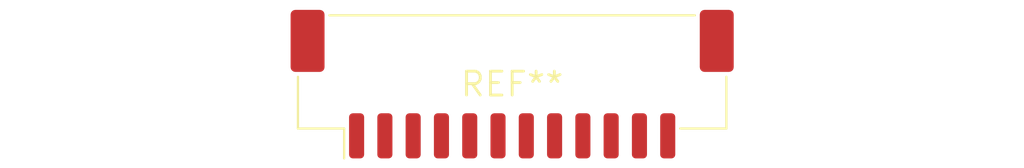
<source format=kicad_pcb>
(kicad_pcb (version 20240108) (generator pcbnew)
  (layers (0 "F.Cu" signal) (31 "B.Cu" signal) (34 "B.Paste" user) (35 "F.Paste" user) (36 "B.SilkS" user "B.Silkscreen") (37 "F.SilkS" user "F.Silkscreen") (38 "B.Mask" user) (39 "F.Mask" user) (44 "Edge.Cuts" user))
  (net 0 "")
  (footprint "JST_ZE_BM12B-ZESS-TBT_1x12-1MP_P1.50mm_Vertical" (layer "F.Cu") (at 0 0)
    (property "Reference" "REF**")
    (property "Value" "JST_ZE_BM12B-ZESS-TBT_1x12-1MP_P1.50mm_Vertical")
    (fp_line (start -11.36 -0.39) (end -11.36 2.36) (layer "F.SilkS") (stroke (width 0.12)))
    (fp_line (start -11.36 2.36) (end -8.91 2.36) (layer "F.SilkS") (stroke (width 0.12)))
    (fp_line (start -9.69 -3.66) (end 9.69 -3.66) (layer "F.SilkS") (stroke (width 0.12)))
    (fp_line (start -8.91 2.36) (end -8.91 3.95) (layer "F.SilkS") (stroke (width 0.12)))
    (fp_line (start 11.36 -0.39) (end 11.36 2.36) (layer "F.SilkS") (stroke (width 0.12)))
    (fp_line (start 11.36 2.36) (end 8.91 2.36) (layer "F.SilkS") (stroke (width 0.12)))
    (pad "1" smd roundrect (at -8.25 2.75) (size 0.8 2.4) (layers "F.Cu" "F.Paste" "F.Mask"))
    (pad "2" smd roundrect (at -6.75 2.75) (size 0.8 2.4) (layers "F.Cu" "F.Paste" "F.Mask"))
    (pad "3" smd roundrect (at -5.25 2.75) (size 0.8 2.4) (layers "F.Cu" "F.Paste" "F.Mask"))
    (pad "4" smd roundrect (at -3.75 2.75) (size 0.8 2.4) (layers "F.Cu" "F.Paste" "F.Mask"))
    (pad "5" smd roundrect (at -2.25 2.75) (size 0.8 2.4) (layers "F.Cu" "F.Paste" "F.Mask"))
    (pad "6" smd roundrect (at -0.75 2.75) (size 0.8 2.4) (layers "F.Cu" "F.Paste" "F.Mask"))
    (pad "7" smd roundrect (at 0.75 2.75) (size 0.8 2.4) (layers "F.Cu" "F.Paste" "F.Mask"))
    (pad "8" smd roundrect (at 2.25 2.75) (size 0.8 2.4) (layers "F.Cu" "F.Paste" "F.Mask"))
    (pad "9" smd roundrect (at 3.75 2.75) (size 0.8 2.4) (layers "F.Cu" "F.Paste" "F.Mask"))
    (pad "10" smd roundrect (at 5.25 2.75) (size 0.8 2.4) (layers "F.Cu" "F.Paste" "F.Mask"))
    (pad "11" smd roundrect (at 6.75 2.75) (size 0.8 2.4) (layers "F.Cu" "F.Paste" "F.Mask"))
    (pad "12" smd roundrect (at 8.25 2.75) (size 0.8 2.4) (layers "F.Cu" "F.Paste" "F.Mask"))
    (pad "MP" smd roundrect (at -10.85 -2.3) (size 1.8 3.3) (layers "F.Cu" "F.Paste" "F.Mask") (roundrect_rratio 0.138889))
    (pad "MP" smd roundrect (at 10.85 -2.3) (size 1.8 3.3) (layers "F.Cu" "F.Paste" "F.Mask") (roundrect_rratio 0.138889))
  )
)
</source>
